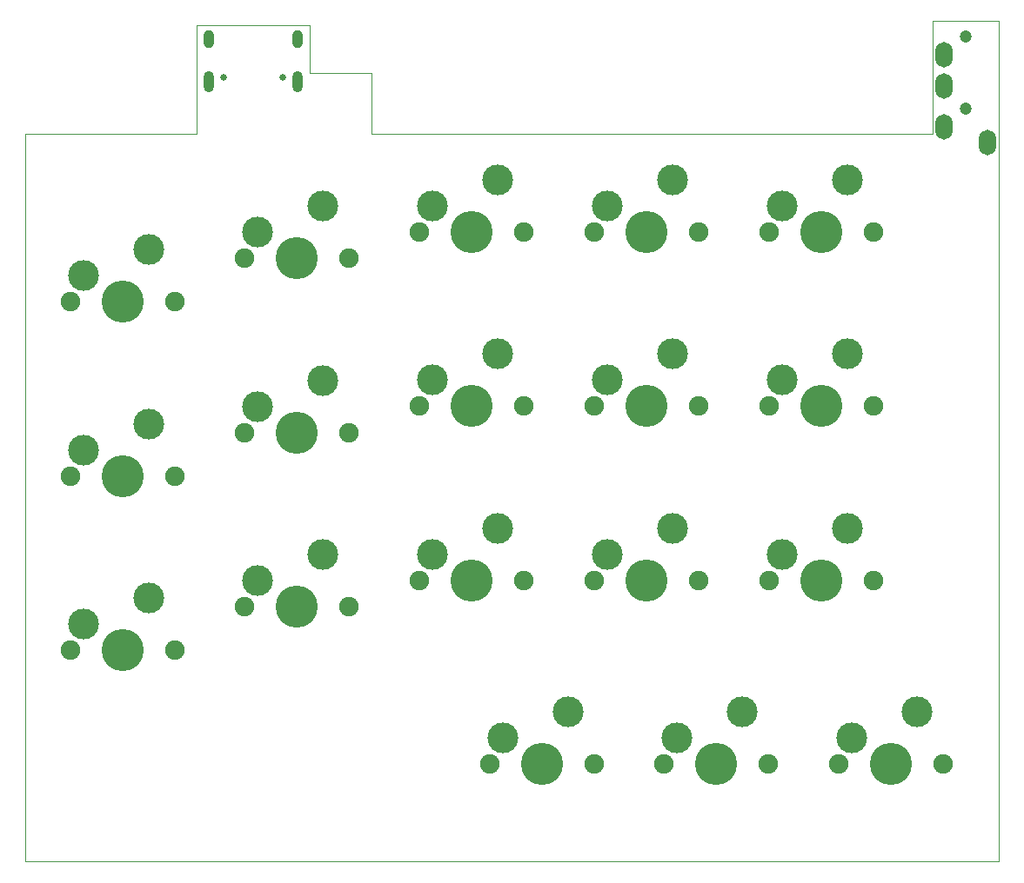
<source format=gbr>
%TF.GenerationSoftware,KiCad,Pcbnew,(6.0.9)*%
%TF.CreationDate,2023-01-09T12:53:46+09:00*%
%TF.ProjectId,split-mini__left,73706c69-742d-46d6-996e-695f5f6c6566,rev?*%
%TF.SameCoordinates,Original*%
%TF.FileFunction,Soldermask,Top*%
%TF.FilePolarity,Negative*%
%FSLAX46Y46*%
G04 Gerber Fmt 4.6, Leading zero omitted, Abs format (unit mm)*
G04 Created by KiCad (PCBNEW (6.0.9)) date 2023-01-09 12:53:46*
%MOMM*%
%LPD*%
G01*
G04 APERTURE LIST*
%TA.AperFunction,Profile*%
%ADD10C,0.100000*%
%TD*%
%ADD11C,1.900000*%
%ADD12C,4.100000*%
%ADD13C,3.000000*%
%ADD14C,0.650000*%
%ADD15O,1.000000X1.800000*%
%ADD16O,1.000000X2.100000*%
%ADD17C,1.200000*%
%ADD18O,1.700000X2.500000*%
G04 APERTURE END LIST*
D10*
X45300000Y-24800000D02*
X51300000Y-24800000D01*
X112386197Y-19800000D02*
X112386197Y-101650000D01*
X34300000Y-20168424D02*
X45300000Y-20168424D01*
X17586197Y-30800000D02*
X34300000Y-30800000D01*
X105886197Y-19800000D02*
X112386197Y-19800000D01*
X105886197Y-30800000D02*
X105886197Y-19800000D01*
X34300000Y-30800000D02*
X34300000Y-20168424D01*
X17586197Y-101650000D02*
X17586197Y-30800000D01*
X51300000Y-24800000D02*
X51300000Y-30800000D01*
X51300000Y-30800000D02*
X105886197Y-30800000D01*
X45300000Y-20168424D02*
X45300000Y-24800000D01*
X112386197Y-101650000D02*
X17586197Y-101650000D01*
D11*
%TO.C,SW15*%
X100155000Y-74300000D03*
D12*
X95075000Y-74300000D03*
D13*
X91265000Y-71760000D03*
D11*
X89995000Y-74300000D03*
D13*
X97615000Y-69220000D03*
%TD*%
D11*
%TO.C,SW7*%
X38995000Y-59850000D03*
X49155000Y-59850000D03*
D13*
X46615000Y-54770000D03*
D12*
X44075000Y-59850000D03*
D13*
X40265000Y-57310000D03*
%TD*%
D11*
%TO.C,SW3*%
X55995000Y-40300000D03*
D13*
X57265000Y-37760000D03*
D12*
X61075000Y-40300000D03*
D13*
X63615000Y-35220000D03*
D11*
X66155000Y-40300000D03*
%TD*%
D13*
%TO.C,SW6*%
X29640000Y-59020000D03*
D11*
X22020000Y-64100000D03*
D12*
X27100000Y-64100000D03*
D11*
X32180000Y-64100000D03*
D13*
X23290000Y-61560000D03*
%TD*%
%TO.C,SW17*%
X87415000Y-87070000D03*
D11*
X79795000Y-92150000D03*
D12*
X84875000Y-92150000D03*
D13*
X81065000Y-89610000D03*
D11*
X89955000Y-92150000D03*
%TD*%
D13*
%TO.C,SW14*%
X80625000Y-69235000D03*
X74275000Y-71775000D03*
D12*
X78085000Y-74315000D03*
D11*
X83165000Y-74315000D03*
X73005000Y-74315000D03*
%TD*%
D13*
%TO.C,SW9*%
X74265000Y-54760000D03*
D12*
X78075000Y-57300000D03*
D13*
X80615000Y-52220000D03*
D11*
X83155000Y-57300000D03*
X72995000Y-57300000D03*
%TD*%
D13*
%TO.C,SW8*%
X57265000Y-54760000D03*
D11*
X55995000Y-57300000D03*
D12*
X61075000Y-57300000D03*
D13*
X63615000Y-52220000D03*
D11*
X66155000Y-57300000D03*
%TD*%
%TO.C,SW10*%
X100130000Y-57300000D03*
D12*
X95050000Y-57300000D03*
D11*
X89970000Y-57300000D03*
D13*
X91240000Y-54760000D03*
X97590000Y-52220000D03*
%TD*%
D12*
%TO.C,SW11*%
X27085000Y-81080000D03*
D13*
X23275000Y-78540000D03*
D11*
X32165000Y-81080000D03*
D13*
X29625000Y-76000000D03*
D11*
X22005000Y-81080000D03*
%TD*%
%TO.C,SW1*%
X22020000Y-47075000D03*
X32180000Y-47075000D03*
D13*
X23290000Y-44535000D03*
X29640000Y-41995000D03*
D12*
X27100000Y-47075000D03*
%TD*%
D13*
%TO.C,SW12*%
X40240000Y-74285000D03*
D11*
X49130000Y-76825000D03*
D13*
X46590000Y-71745000D03*
D11*
X38970000Y-76825000D03*
D12*
X44050000Y-76825000D03*
%TD*%
D11*
%TO.C,SW5*%
X100155000Y-40300000D03*
X89995000Y-40300000D03*
D13*
X97615000Y-35220000D03*
X91265000Y-37760000D03*
D12*
X95075000Y-40300000D03*
%TD*%
D11*
%TO.C,SW2*%
X38995000Y-42850000D03*
D12*
X44075000Y-42850000D03*
D13*
X46615000Y-37770000D03*
X40265000Y-40310000D03*
D11*
X49155000Y-42850000D03*
%TD*%
%TO.C,SW13*%
X66155000Y-74275000D03*
X55995000Y-74275000D03*
D13*
X57265000Y-71735000D03*
X63615000Y-69195000D03*
D12*
X61075000Y-74275000D03*
%TD*%
D11*
%TO.C,SW16*%
X62795000Y-92150000D03*
D13*
X70415000Y-87070000D03*
D11*
X72955000Y-92150000D03*
D13*
X64065000Y-89610000D03*
D12*
X67875000Y-92150000D03*
%TD*%
%TO.C,SW4*%
X78075000Y-40300000D03*
D11*
X83155000Y-40300000D03*
X72995000Y-40300000D03*
D13*
X74265000Y-37760000D03*
X80615000Y-35220000D03*
%TD*%
D11*
%TO.C,SW18*%
X96795000Y-92150000D03*
D13*
X104415000Y-87070000D03*
X98065000Y-89610000D03*
D11*
X106955000Y-92150000D03*
D12*
X101875000Y-92150000D03*
%TD*%
D14*
%TO.C,J1*%
X36885000Y-25225000D03*
X42665000Y-25225000D03*
D15*
X44095000Y-21545000D03*
D16*
X35455000Y-25725000D03*
X44095000Y-25725000D03*
D15*
X35455000Y-21545000D03*
%TD*%
D17*
%TO.C,J2*%
X109150000Y-28275000D03*
X109150000Y-21275000D03*
D18*
X111250000Y-31575000D03*
X107050000Y-23075000D03*
X107050000Y-26075000D03*
X107050000Y-30075000D03*
%TD*%
M02*

</source>
